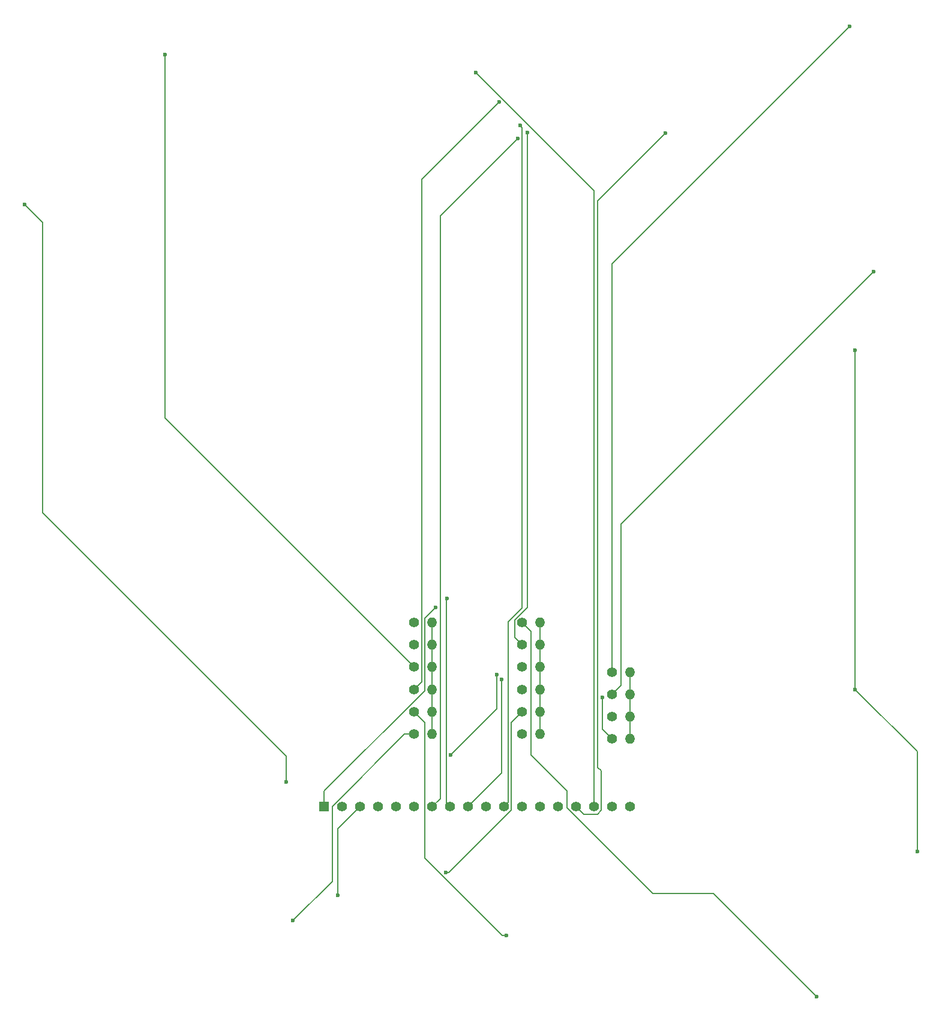
<source format=gbl>
%TF.GenerationSoftware,KiCad,Pcbnew,8.0.5*%
%TF.CreationDate,2024-11-19T19:18:07-05:00*%
%TF.ProjectId,line_sensor_pcb,6c696e65-5f73-4656-9e73-6f725f706362,rev?*%
%TF.SameCoordinates,Original*%
%TF.FileFunction,Copper,L2,Bot*%
%TF.FilePolarity,Positive*%
%FSLAX46Y46*%
G04 Gerber Fmt 4.6, Leading zero omitted, Abs format (unit mm)*
G04 Created by KiCad (PCBNEW 8.0.5) date 2024-11-19 19:18:07*
%MOMM*%
%LPD*%
G01*
G04 APERTURE LIST*
%TA.AperFunction,ComponentPad*%
%ADD10C,1.400000*%
%TD*%
%TA.AperFunction,ComponentPad*%
%ADD11O,1.400000X1.400000*%
%TD*%
%TA.AperFunction,ComponentPad*%
%ADD12R,1.398000X1.398000*%
%TD*%
%TA.AperFunction,ComponentPad*%
%ADD13C,1.398000*%
%TD*%
%TA.AperFunction,ViaPad*%
%ADD14C,0.600000*%
%TD*%
%TA.AperFunction,Conductor*%
%ADD15C,0.200000*%
%TD*%
G04 APERTURE END LIST*
D10*
%TO.P,R29,1*%
%TO.N,Net-(D13-A)*%
X116840000Y-115620000D03*
D11*
%TO.P,R29,2*%
%TO.N,3V*%
X119380000Y-115620000D03*
%TD*%
D10*
%TO.P,R18,1*%
%TO.N,Net-(D2-A)*%
X88900000Y-111760000D03*
D11*
%TO.P,R18,2*%
%TO.N,3V*%
X91440000Y-111760000D03*
%TD*%
D10*
%TO.P,R26,1*%
%TO.N,Net-(D10-A)*%
X104140000Y-118060000D03*
D11*
%TO.P,R26,2*%
%TO.N,3V*%
X106680000Y-118060000D03*
%TD*%
D10*
%TO.P,R17,1*%
%TO.N,Net-(D1-A)*%
X88900000Y-108610000D03*
D11*
%TO.P,R17,2*%
%TO.N,3V*%
X91440000Y-108610000D03*
%TD*%
D10*
%TO.P,R24,1*%
%TO.N,Net-(D8-A)*%
X104140000Y-111760000D03*
D11*
%TO.P,R24,2*%
%TO.N,3V*%
X106680000Y-111760000D03*
%TD*%
D10*
%TO.P,R28,1*%
%TO.N,Net-(D12-A)*%
X104140000Y-124360000D03*
D11*
%TO.P,R28,2*%
%TO.N,3V*%
X106680000Y-124360000D03*
%TD*%
D10*
%TO.P,R20,1*%
%TO.N,Net-(D4-A)*%
X88900000Y-118060000D03*
D11*
%TO.P,R20,2*%
%TO.N,3V*%
X91440000Y-118060000D03*
%TD*%
D10*
%TO.P,R22,1*%
%TO.N,Net-(D6-A)*%
X88900000Y-124360000D03*
D11*
%TO.P,R22,2*%
%TO.N,3V*%
X91440000Y-124360000D03*
%TD*%
D10*
%TO.P,R25,1*%
%TO.N,Net-(D9-A)*%
X104140000Y-114910000D03*
D11*
%TO.P,R25,2*%
%TO.N,3V*%
X106680000Y-114910000D03*
%TD*%
D10*
%TO.P,R32,1*%
%TO.N,Net-(D16-A)*%
X116840000Y-125070000D03*
D11*
%TO.P,R32,2*%
%TO.N,3V*%
X119380000Y-125070000D03*
%TD*%
D12*
%TO.P,J2,1,Pin_1*%
%TO.N,A11*%
X76200000Y-134620000D03*
D13*
%TO.P,J2,2,Pin_2*%
%TO.N,A10*%
X78740000Y-134620000D03*
%TO.P,J2,3,Pin_3*%
%TO.N,3.3V*%
X81280000Y-134620000D03*
%TO.P,J2,4,Pin_4*%
%TO.N,3.3V GND*%
X83820000Y-134620000D03*
%TO.P,J2,5,Pin_5*%
%TO.N,A12*%
X86360000Y-134620000D03*
%TO.P,J2,6,Pin_6*%
%TO.N,A13*%
X88900000Y-134620000D03*
%TO.P,J2,7,Pin_7*%
%TO.N,A14*%
X91440000Y-134620000D03*
%TO.P,J2,8,Pin_8*%
%TO.N,A15*%
X93980000Y-134620000D03*
%TO.P,J2,9,Pin_9*%
%TO.N,A0*%
X96520000Y-134620000D03*
%TO.P,J2,10,Pin_10*%
%TO.N,A1*%
X99060000Y-134620000D03*
%TO.P,J2,11,Pin_11*%
%TO.N,A2*%
X101600000Y-134620000D03*
%TO.P,J2,12,Pin_12*%
%TO.N,A3*%
X104140000Y-134620000D03*
%TO.P,J2,13,Pin_13*%
%TO.N,A4*%
X106680000Y-134620000D03*
%TO.P,J2,14,Pin_14*%
%TO.N,A5*%
X109220000Y-134620000D03*
%TO.P,J2,15,Pin_15*%
%TO.N,A6*%
X111760000Y-134620000D03*
%TO.P,J2,16,Pin_16*%
%TO.N,A7*%
X114300000Y-134620000D03*
%TO.P,J2,17,Pin_17*%
%TO.N,A8*%
X116840000Y-134620000D03*
%TO.P,J2,18,Pin_18*%
%TO.N,A9*%
X119380000Y-134620000D03*
%TD*%
D10*
%TO.P,R27,1*%
%TO.N,Net-(D11-A)*%
X104140000Y-121210000D03*
D11*
%TO.P,R27,2*%
%TO.N,3V*%
X106680000Y-121210000D03*
%TD*%
D10*
%TO.P,R31,1*%
%TO.N,Net-(D15-A)*%
X116840000Y-121920000D03*
D11*
%TO.P,R31,2*%
%TO.N,3V*%
X119380000Y-121920000D03*
%TD*%
D10*
%TO.P,R21,1*%
%TO.N,Net-(D5-A)*%
X88900000Y-121210000D03*
D11*
%TO.P,R21,2*%
%TO.N,3V*%
X91440000Y-121210000D03*
%TD*%
D10*
%TO.P,R23,1*%
%TO.N,Net-(D7-A)*%
X104140000Y-108610000D03*
D11*
%TO.P,R23,2*%
%TO.N,3V*%
X106680000Y-108610000D03*
%TD*%
D10*
%TO.P,R19,1*%
%TO.N,Net-(D3-A)*%
X88900000Y-114910000D03*
D11*
%TO.P,R19,2*%
%TO.N,3V*%
X91440000Y-114910000D03*
%TD*%
D10*
%TO.P,R30,1*%
%TO.N,Net-(D14-A)*%
X116840000Y-118770000D03*
D11*
%TO.P,R30,2*%
%TO.N,3V*%
X119380000Y-118770000D03*
%TD*%
D14*
%TO.N,Net-(D3-A)*%
X53712300Y-28454300D03*
%TO.N,Net-(D4-A)*%
X100899900Y-35100500D03*
%TO.N,Net-(D5-A)*%
X101886000Y-152761800D03*
%TO.N,Net-(D6-A)*%
X71815400Y-150704500D03*
%TO.N,Net-(D7-A)*%
X145725400Y-161421000D03*
%TO.N,Net-(D8-A)*%
X104868100Y-39470700D03*
%TO.N,Net-(D11-A)*%
X93366800Y-143920000D03*
%TO.N,Net-(D13-A)*%
X150354500Y-24422700D03*
%TO.N,Net-(D14-A)*%
X153722600Y-59083800D03*
%TO.N,Net-(D16-A)*%
X115447700Y-119181900D03*
%TO.N,A15*%
X93549500Y-105227400D03*
%TO.N,A14*%
X103553900Y-40256200D03*
%TO.N,A12*%
X100583600Y-115962800D03*
X94039800Y-127344900D03*
%TO.N,A7*%
X97619000Y-30968700D03*
%TO.N,3.3V*%
X151131400Y-118044700D03*
X151131400Y-70181500D03*
X159928600Y-140972500D03*
X78171500Y-147090800D03*
%TO.N,A3*%
X33930400Y-49583900D03*
X70858100Y-131159200D03*
%TO.N,A6*%
X124377700Y-39540000D03*
%TO.N,A0*%
X101287800Y-116632000D03*
%TO.N,A2*%
X103830600Y-38425300D03*
%TO.N,A11*%
X91958300Y-106451900D03*
%TD*%
D15*
%TO.N,Net-(D3-A)*%
X53712300Y-79722300D02*
X88900000Y-114910000D01*
X53712300Y-28454300D02*
X53712300Y-79722300D01*
%TO.N,Net-(D4-A)*%
X89995900Y-46004500D02*
X89995900Y-116964100D01*
X100899900Y-35100500D02*
X89995900Y-46004500D01*
X89995900Y-116964100D02*
X88900000Y-118060000D01*
%TO.N,Net-(D5-A)*%
X90438300Y-122748300D02*
X90438300Y-141842300D01*
X88900000Y-121210000D02*
X90438300Y-122748300D01*
X101357800Y-152761800D02*
X101886000Y-152761800D01*
X90438300Y-141842300D02*
X101357800Y-152761800D01*
%TO.N,Net-(D6-A)*%
X87526800Y-124360000D02*
X88900000Y-124360000D01*
X71815400Y-150704500D02*
X77328500Y-145191400D01*
X77328500Y-145191400D02*
X77328500Y-134558300D01*
X77328500Y-134558300D02*
X87526800Y-124360000D01*
%TO.N,Net-(D7-A)*%
X131162300Y-146857900D02*
X145725400Y-161421000D01*
X104140000Y-108610000D02*
X105410000Y-109880000D01*
X110490000Y-134776000D02*
X122571900Y-146857900D01*
X122571900Y-146857900D02*
X131162300Y-146857900D01*
X105410000Y-127317900D02*
X110490000Y-132397900D01*
X110490000Y-132397900D02*
X110490000Y-134776000D01*
X105410000Y-109880000D02*
X105410000Y-127317900D01*
%TO.N,Net-(D8-A)*%
X103077600Y-108255800D02*
X103077600Y-110697600D01*
X104868100Y-39470700D02*
X104868100Y-106465300D01*
X103077600Y-110697600D02*
X104140000Y-111760000D01*
X104868100Y-106465300D02*
X103077600Y-108255800D01*
%TO.N,Net-(D11-A)*%
X102608400Y-122741600D02*
X104140000Y-121210000D01*
X102608400Y-135110600D02*
X102608400Y-122741600D01*
X93799000Y-143920000D02*
X102608400Y-135110600D01*
X93366800Y-143920000D02*
X93799000Y-143920000D01*
%TO.N,Net-(D13-A)*%
X116840000Y-57937200D02*
X150354500Y-24422700D01*
X116840000Y-115620000D02*
X116840000Y-57937200D01*
%TO.N,Net-(D14-A)*%
X118110000Y-117500000D02*
X116840000Y-118770000D01*
X118110000Y-94696400D02*
X118110000Y-117500000D01*
X153722600Y-59083800D02*
X118110000Y-94696400D01*
%TO.N,Net-(D16-A)*%
X116840000Y-125070000D02*
X115447700Y-123677700D01*
X115447700Y-123677700D02*
X115447700Y-119181900D01*
%TO.N,A15*%
X93438100Y-134078100D02*
X93980000Y-134620000D01*
X93438100Y-105338800D02*
X93438100Y-134078100D01*
X93549500Y-105227400D02*
X93438100Y-105338800D01*
%TO.N,A14*%
X92568900Y-133491100D02*
X92568900Y-51241200D01*
X91440000Y-134620000D02*
X92568900Y-133491100D01*
X92568900Y-51241200D02*
X103553900Y-40256200D01*
%TO.N,A12*%
X94039800Y-127344900D02*
X100583600Y-120801100D01*
X100583600Y-120801100D02*
X100583600Y-115962800D01*
%TO.N,A7*%
X97619000Y-30968700D02*
X114300000Y-47649700D01*
X114300000Y-47649700D02*
X114300000Y-134620000D01*
%TO.N,3.3V*%
X151131400Y-118044700D02*
X151131400Y-70181500D01*
X78171500Y-137728500D02*
X78171500Y-147090800D01*
X159928600Y-140972500D02*
X159928600Y-126841900D01*
X81280000Y-134620000D02*
X78171500Y-137728500D01*
X159928600Y-126841900D02*
X151131400Y-118044700D01*
%TO.N,A3*%
X36455300Y-52108800D02*
X36455300Y-93087000D01*
X33930400Y-49583900D02*
X36455300Y-52108800D01*
X70858100Y-127489800D02*
X70858100Y-131159200D01*
X36455300Y-93087000D02*
X70858100Y-127489800D01*
%TO.N,A6*%
X115300700Y-129552300D02*
X114814300Y-129065900D01*
X114814300Y-49103400D02*
X124377700Y-39540000D01*
X114760000Y-135667500D02*
X115300700Y-135126800D01*
X112807500Y-135667500D02*
X114760000Y-135667500D01*
X114814300Y-129065900D02*
X114814300Y-49103400D01*
X115300700Y-135126800D02*
X115300700Y-129552300D01*
X111760000Y-134620000D02*
X112807500Y-135667500D01*
%TO.N,A0*%
X101287800Y-129852200D02*
X101287800Y-116632000D01*
X96520000Y-134620000D02*
X101287800Y-129852200D01*
%TO.N,A2*%
X103830600Y-38425300D02*
X104155600Y-38750300D01*
X104155600Y-38750300D02*
X104155600Y-106607700D01*
X102206700Y-108556600D02*
X102206700Y-134013300D01*
X104155600Y-106607700D02*
X102206700Y-108556600D01*
X102206700Y-134013300D02*
X101600000Y-134620000D01*
%TO.N,A11*%
X76200000Y-132414600D02*
X90397600Y-118217000D01*
X76200000Y-134620000D02*
X76200000Y-132414600D01*
X90397600Y-108012600D02*
X91958300Y-106451900D01*
X90397600Y-118217000D02*
X90397600Y-108012600D01*
%TO.N,3V*%
X91440000Y-118060000D02*
X91440000Y-121210000D01*
X119380000Y-121920000D02*
X119380000Y-125070000D01*
X91440000Y-114910000D02*
X91440000Y-118060000D01*
X106680000Y-118060000D02*
X106680000Y-121210000D01*
X106680000Y-121210000D02*
X106680000Y-124360000D01*
X106680000Y-108610000D02*
X106680000Y-111760000D01*
X119380000Y-115620000D02*
X119380000Y-118770000D01*
X106680000Y-111760000D02*
X106680000Y-114910000D01*
X106680000Y-114910000D02*
X106680000Y-118060000D01*
X91440000Y-121210000D02*
X91440000Y-124360000D01*
X91440000Y-108610000D02*
X91440000Y-111760000D01*
X91440000Y-111760000D02*
X91440000Y-114910000D01*
X119380000Y-118770000D02*
X119380000Y-121920000D01*
%TD*%
M02*

</source>
